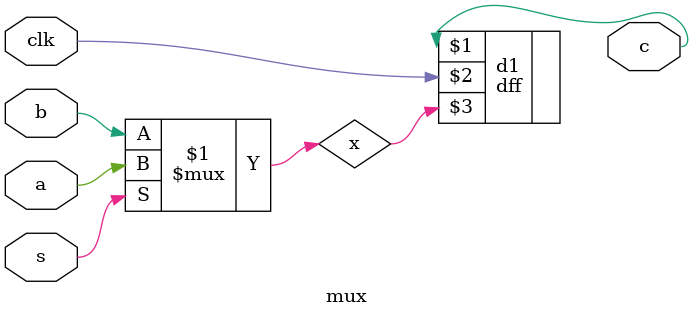
<source format=v>
module mux(c,a,b,s,clk);
input a,b,s,clk;
output c;
wire x;
assign x= (s) ? a : b;
dff d1(c,clk,x);
endmodule

</source>
